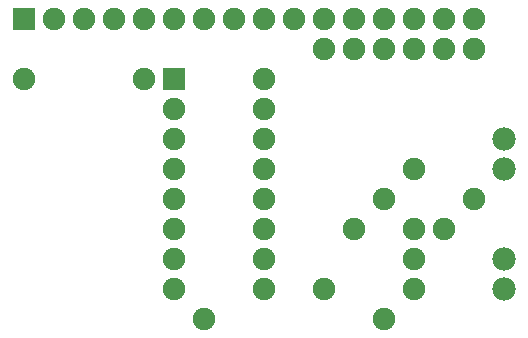
<source format=gtl>
G04 MADE WITH FRITZING*
G04 WWW.FRITZING.ORG*
G04 DOUBLE SIDED*
G04 HOLES PLATED*
G04 CONTOUR ON CENTER OF CONTOUR VECTOR*
%ASAXBY*%
%FSLAX23Y23*%
%MOIN*%
%OFA0B0*%
%SFA1.0B1.0*%
%ADD10C,0.075000*%
%ADD11C,0.078000*%
%ADD12R,0.075000X0.075000*%
%LNCOPPER1*%
G90*
G70*
G54D10*
X126Y899D03*
X526Y899D03*
X1126Y999D03*
X1126Y199D03*
X1226Y399D03*
X1226Y999D03*
X1326Y499D03*
X1326Y999D03*
X1426Y599D03*
X1426Y999D03*
X1626Y499D03*
X1626Y999D03*
X726Y99D03*
X1326Y99D03*
X1526Y999D03*
X1526Y399D03*
X1426Y199D03*
X1426Y299D03*
X1426Y399D03*
G54D11*
X1726Y299D03*
X1726Y199D03*
G54D10*
X626Y899D03*
X926Y899D03*
X626Y799D03*
X926Y799D03*
X626Y699D03*
X926Y699D03*
X626Y599D03*
X926Y599D03*
X626Y499D03*
X926Y499D03*
X626Y399D03*
X926Y399D03*
X626Y299D03*
X926Y299D03*
X626Y199D03*
X926Y199D03*
G54D11*
X1726Y699D03*
X1726Y599D03*
G54D10*
X126Y1099D03*
X226Y1099D03*
X326Y1099D03*
X426Y1099D03*
X526Y1099D03*
X626Y1099D03*
X726Y1099D03*
X826Y1099D03*
X926Y1099D03*
X1026Y1099D03*
X1126Y1099D03*
X1226Y1099D03*
X1326Y1099D03*
X1426Y1099D03*
X1526Y1099D03*
X1626Y1099D03*
G54D12*
X626Y899D03*
X126Y1099D03*
G04 End of Copper1*
M02*
</source>
